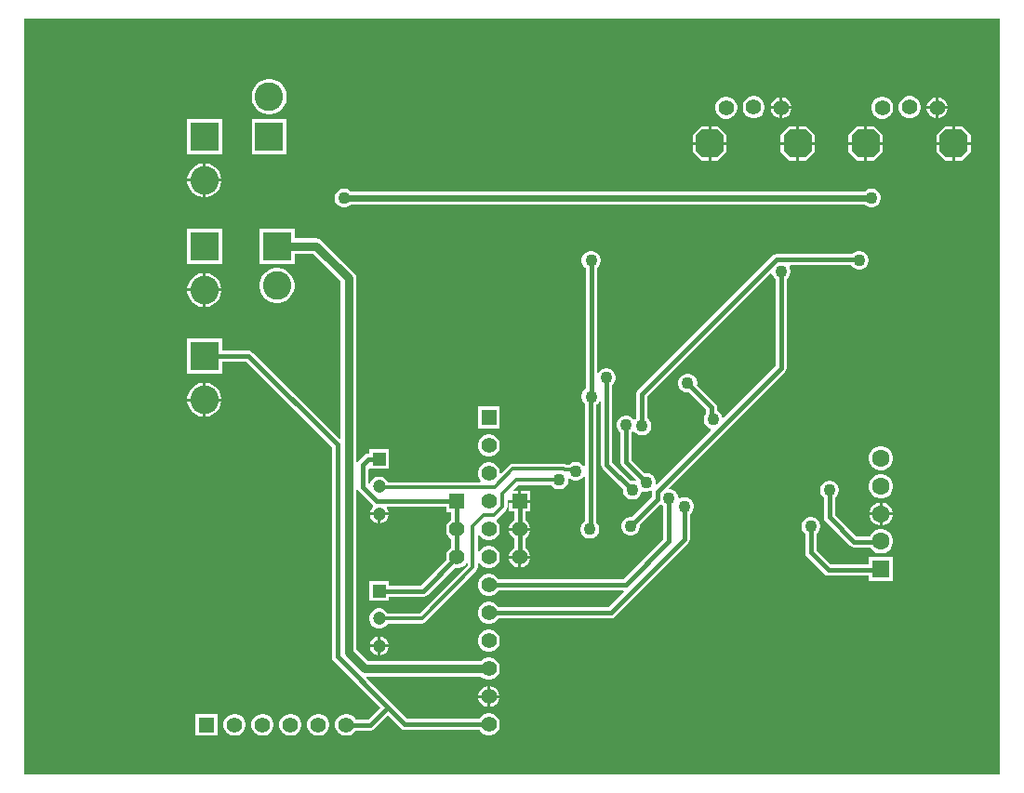
<source format=gbl>
G04*
G04 #@! TF.GenerationSoftware,Altium Limited,Altium Designer,24.2.2 (26)*
G04*
G04 Layer_Physical_Order=2*
G04 Layer_Color=16711680*
%FSLAX44Y44*%
%MOMM*%
G71*
G04*
G04 #@! TF.SameCoordinates,CC1128A4-4406-4156-BFDA-932D597DC64E*
G04*
G04*
G04 #@! TF.FilePolarity,Positive*
G04*
G01*
G75*
%ADD11C,0.4000*%
%ADD12C,0.6000*%
%ADD15C,0.3000*%
%ADD58C,1.6000*%
%ADD59R,1.6000X1.6000*%
%ADD61R,1.4000X1.4000*%
%ADD62C,1.4000*%
%ADD69C,0.8000*%
%ADD70R,1.4000X1.4000*%
%ADD71R,1.2000X1.2000*%
%ADD72C,1.2000*%
%ADD73R,2.6000X2.6000*%
%ADD74C,2.6000*%
G04:AMPARAMS|DCode=75|XSize=2.6mm|YSize=2.6mm|CornerRadius=0mm|HoleSize=0mm|Usage=FLASHONLY|Rotation=270.000|XOffset=0mm|YOffset=0mm|HoleType=Round|Shape=Octagon|*
%AMOCTAGOND75*
4,1,8,-0.6500,-1.3000,0.6500,-1.3000,1.3000,-0.6500,1.3000,0.6500,0.6500,1.3000,-0.6500,1.3000,-1.3000,0.6500,-1.3000,-0.6500,-0.6500,-1.3000,0.0*
%
%ADD75OCTAGOND75*%

%ADD76C,1.1000*%
G36*
X893883Y6118D02*
X6118D01*
Y693882D01*
X893883D01*
Y6118D01*
D02*
G37*
%LPC*%
G36*
X838251Y622500D02*
X838250D01*
Y614250D01*
X846500D01*
Y614251D01*
X845853Y616667D01*
X844602Y618833D01*
X842833Y620602D01*
X840667Y621853D01*
X838251Y622500D01*
D02*
G37*
G36*
X835750D02*
X835749D01*
X833333Y621853D01*
X831167Y620602D01*
X829398Y618833D01*
X828148Y616667D01*
X827500Y614251D01*
Y614250D01*
X835750D01*
Y622500D01*
D02*
G37*
G36*
X696251D02*
X696250D01*
Y614250D01*
X704500D01*
Y614251D01*
X703853Y616667D01*
X702602Y618833D01*
X700833Y620602D01*
X698667Y621853D01*
X696251Y622500D01*
D02*
G37*
G36*
X693750D02*
X693749D01*
X691333Y621853D01*
X689167Y620602D01*
X687398Y618833D01*
X686147Y616667D01*
X685500Y614251D01*
Y614250D01*
X693750D01*
Y622500D01*
D02*
G37*
G36*
X230576Y639000D02*
X227424D01*
X224333Y638385D01*
X221421Y637179D01*
X218801Y635428D01*
X216572Y633199D01*
X214821Y630579D01*
X213615Y627667D01*
X213000Y624576D01*
Y621424D01*
X213615Y618333D01*
X214821Y615421D01*
X216572Y612800D01*
X218801Y610572D01*
X221421Y608821D01*
X224333Y607615D01*
X227424Y607000D01*
X230576D01*
X233667Y607615D01*
X236579Y608821D01*
X239199Y610572D01*
X241428Y612800D01*
X243179Y615421D01*
X244385Y618333D01*
X245000Y621424D01*
Y624576D01*
X244385Y627667D01*
X243179Y630579D01*
X241428Y633199D01*
X239199Y635428D01*
X236579Y637179D01*
X233667Y638385D01*
X230576Y639000D01*
D02*
G37*
G36*
X846500Y611750D02*
X838250D01*
Y603500D01*
X838251D01*
X840667Y604147D01*
X842833Y605398D01*
X844602Y607167D01*
X845853Y609333D01*
X846500Y611749D01*
Y611750D01*
D02*
G37*
G36*
X835750D02*
X827500D01*
Y611749D01*
X828148Y609333D01*
X829398Y607167D01*
X831167Y605398D01*
X833333Y604147D01*
X835749Y603500D01*
X835750D01*
Y611750D01*
D02*
G37*
G36*
X704500D02*
X696250D01*
Y603500D01*
X696251D01*
X698667Y604147D01*
X700833Y605398D01*
X702602Y607167D01*
X703853Y609333D01*
X704500Y611749D01*
Y611750D01*
D02*
G37*
G36*
X693750D02*
X685500D01*
Y611749D01*
X686147Y609333D01*
X687398Y607167D01*
X689167Y605398D01*
X691333Y604147D01*
X693749Y603500D01*
X693750D01*
Y611750D01*
D02*
G37*
G36*
X671317Y623500D02*
X668683D01*
X666140Y622818D01*
X663860Y621502D01*
X661998Y619640D01*
X660682Y617360D01*
X660000Y614817D01*
Y612183D01*
X660682Y609640D01*
X661998Y607360D01*
X663860Y605498D01*
X666140Y604182D01*
X668683Y603500D01*
X671317D01*
X673860Y604182D01*
X676140Y605498D01*
X678002Y607360D01*
X679318Y609640D01*
X680000Y612183D01*
Y614817D01*
X679318Y617360D01*
X678002Y619640D01*
X676140Y621502D01*
X673860Y622818D01*
X671317Y623500D01*
D02*
G37*
G36*
X813316Y623500D02*
X810684D01*
X808140Y622818D01*
X805860Y621502D01*
X803998Y619640D01*
X802682Y617360D01*
X802000Y614817D01*
Y612183D01*
X802682Y609640D01*
X803998Y607360D01*
X805860Y605498D01*
X808140Y604182D01*
X810684Y603500D01*
X813316D01*
X815860Y604182D01*
X818140Y605498D01*
X820002Y607360D01*
X821319Y609640D01*
X822000Y612183D01*
Y614817D01*
X821319Y617360D01*
X820002Y619640D01*
X818140Y621502D01*
X815860Y622818D01*
X813316Y623500D01*
D02*
G37*
G36*
X788316Y623000D02*
X785684D01*
X783140Y622318D01*
X780860Y621002D01*
X778998Y619140D01*
X777682Y616860D01*
X777000Y614317D01*
Y611684D01*
X777682Y609140D01*
X778998Y606860D01*
X780860Y604998D01*
X783140Y603681D01*
X785684Y603000D01*
X788316D01*
X790860Y603681D01*
X793140Y604998D01*
X795002Y606860D01*
X796319Y609140D01*
X797000Y611684D01*
Y614317D01*
X796319Y616860D01*
X795002Y619140D01*
X793140Y621002D01*
X790860Y622318D01*
X788316Y623000D01*
D02*
G37*
G36*
X646317D02*
X643683D01*
X641140Y622318D01*
X638860Y621002D01*
X636998Y619140D01*
X635681Y616860D01*
X635000Y614317D01*
Y611684D01*
X635681Y609140D01*
X636998Y606860D01*
X638860Y604998D01*
X641140Y603681D01*
X643683Y603000D01*
X646317D01*
X648860Y603681D01*
X651140Y604998D01*
X653002Y606860D01*
X654318Y609140D01*
X655000Y611684D01*
Y614317D01*
X654318Y616860D01*
X653002Y619140D01*
X651140Y621002D01*
X648860Y622318D01*
X646317Y623000D01*
D02*
G37*
G36*
X779750Y596000D02*
X773250D01*
Y581750D01*
X787500D01*
Y588250D01*
X779750Y596000D01*
D02*
G37*
G36*
X717750D02*
X711250D01*
Y581750D01*
X725500D01*
Y588250D01*
X717750Y596000D01*
D02*
G37*
G36*
X637750D02*
X631250D01*
Y581750D01*
X645500D01*
Y588250D01*
X637750Y596000D01*
D02*
G37*
G36*
X770750D02*
X764250D01*
X756500Y588250D01*
Y581750D01*
X770750D01*
Y596000D01*
D02*
G37*
G36*
X708750D02*
X702250D01*
X694500Y588250D01*
Y581750D01*
X708750D01*
Y596000D01*
D02*
G37*
G36*
X628750D02*
X622250D01*
X614500Y588250D01*
Y581750D01*
X628750D01*
Y596000D01*
D02*
G37*
G36*
X859750D02*
X853250D01*
Y581750D01*
X867500D01*
Y588250D01*
X859750Y596000D01*
D02*
G37*
G36*
X850750D02*
X844250D01*
X836500Y588250D01*
Y581750D01*
X850750D01*
Y596000D01*
D02*
G37*
G36*
X245000Y603000D02*
X213000D01*
Y571000D01*
X245000D01*
Y603000D01*
D02*
G37*
G36*
X186000D02*
X154000D01*
Y571000D01*
X186000D01*
Y603000D01*
D02*
G37*
G36*
X867500Y579250D02*
X853250D01*
Y565000D01*
X859750D01*
X867500Y572750D01*
Y579250D01*
D02*
G37*
G36*
X850750D02*
X836500D01*
Y572750D01*
X844250Y565000D01*
X850750D01*
Y579250D01*
D02*
G37*
G36*
X787500Y579250D02*
X773250D01*
Y565000D01*
X779750D01*
X787500Y572750D01*
Y579250D01*
D02*
G37*
G36*
X770750D02*
X756500D01*
Y572750D01*
X764250Y565000D01*
X770750D01*
Y579250D01*
D02*
G37*
G36*
X725500D02*
X711250D01*
Y565000D01*
X717750D01*
X725500Y572750D01*
Y579250D01*
D02*
G37*
G36*
X708750D02*
X694500D01*
Y572750D01*
X702250Y565000D01*
X708750D01*
Y579250D01*
D02*
G37*
G36*
X645500D02*
X631250D01*
Y565000D01*
X637750D01*
X645500Y572750D01*
Y579250D01*
D02*
G37*
G36*
X628750D02*
X614500D01*
Y572750D01*
X622250Y565000D01*
X628750D01*
Y579250D01*
D02*
G37*
G36*
X171527Y562500D02*
X171250D01*
Y548250D01*
X185500D01*
Y548526D01*
X184904Y551521D01*
X183736Y554342D01*
X182040Y556880D01*
X179881Y559039D01*
X177342Y560736D01*
X174521Y561904D01*
X171527Y562500D01*
D02*
G37*
G36*
X168750D02*
X168473D01*
X165479Y561904D01*
X162658Y560736D01*
X160119Y559039D01*
X157960Y556880D01*
X156264Y554342D01*
X155096Y551521D01*
X154500Y548526D01*
Y548250D01*
X168750D01*
Y562500D01*
D02*
G37*
G36*
X778119Y539500D02*
X775881D01*
X773719Y538921D01*
X771781Y537802D01*
X771097Y537117D01*
X302903D01*
X302219Y537802D01*
X300281Y538921D01*
X298119Y539500D01*
X295881D01*
X293719Y538921D01*
X291781Y537802D01*
X290198Y536219D01*
X289079Y534281D01*
X288500Y532119D01*
Y529881D01*
X289079Y527719D01*
X290198Y525781D01*
X291781Y524198D01*
X293719Y523079D01*
X295881Y522500D01*
X298119D01*
X300281Y523079D01*
X302219Y524198D01*
X302903Y524882D01*
X771097D01*
X771781Y524198D01*
X773719Y523079D01*
X775881Y522500D01*
X778119D01*
X780281Y523079D01*
X782219Y524198D01*
X783802Y525781D01*
X784921Y527719D01*
X785500Y529881D01*
Y532119D01*
X784921Y534281D01*
X783802Y536219D01*
X782219Y537802D01*
X780281Y538921D01*
X778119Y539500D01*
D02*
G37*
G36*
X185500Y545750D02*
X171250D01*
Y531500D01*
X171527D01*
X174521Y532095D01*
X177342Y533264D01*
X179881Y534960D01*
X182040Y537119D01*
X183736Y539658D01*
X184904Y542479D01*
X185500Y545473D01*
Y545750D01*
D02*
G37*
G36*
X168750D02*
X154500D01*
Y545473D01*
X155096Y542479D01*
X156264Y539658D01*
X157960Y537119D01*
X160119Y534960D01*
X162658Y533264D01*
X165479Y532095D01*
X168473Y531500D01*
X168750D01*
Y545750D01*
D02*
G37*
G36*
X186000Y503000D02*
X154000D01*
Y471000D01*
X186000D01*
Y503000D01*
D02*
G37*
G36*
X252000D02*
X220000D01*
Y471000D01*
X252000D01*
Y479939D01*
X269076D01*
X293940Y455075D01*
Y311929D01*
X292766Y311443D01*
X213605Y390605D01*
X211951Y391710D01*
X210000Y392098D01*
X186000D01*
Y403000D01*
X154000D01*
Y371000D01*
X186000D01*
Y381902D01*
X207888D01*
X285902Y303888D01*
Y113000D01*
X286290Y111049D01*
X287395Y109395D01*
X329829Y66961D01*
X318966Y56098D01*
X307604D01*
X307002Y57140D01*
X305140Y59002D01*
X302860Y60318D01*
X300317Y61000D01*
X297684D01*
X295140Y60318D01*
X292860Y59002D01*
X290998Y57140D01*
X289681Y54860D01*
X289000Y52316D01*
Y49683D01*
X289681Y47140D01*
X290998Y44860D01*
X292860Y42998D01*
X295140Y41681D01*
X297684Y41000D01*
X300317D01*
X302860Y41681D01*
X305140Y42998D01*
X307002Y44860D01*
X307604Y45902D01*
X321078D01*
X323029Y46290D01*
X324683Y47395D01*
X337039Y59751D01*
X348995Y47795D01*
X350649Y46690D01*
X352600Y46302D01*
X420396D01*
X420998Y45260D01*
X422860Y43398D01*
X425140Y42081D01*
X427683Y41400D01*
X430317D01*
X432860Y42081D01*
X435140Y43398D01*
X437002Y45260D01*
X438318Y47540D01*
X439000Y50083D01*
Y52716D01*
X438318Y55260D01*
X437002Y57540D01*
X435140Y59402D01*
X432860Y60718D01*
X430317Y61400D01*
X427683D01*
X425140Y60718D01*
X422860Y59402D01*
X420998Y57540D01*
X420396Y56498D01*
X354712D01*
X340644Y70565D01*
X340644Y70566D01*
X340644Y70566D01*
X317243Y93966D01*
X317729Y95139D01*
X421918D01*
X422860Y94198D01*
X425140Y92881D01*
X427683Y92200D01*
X430317D01*
X432860Y92881D01*
X435140Y94198D01*
X437002Y96060D01*
X438318Y98340D01*
X439000Y100883D01*
Y103516D01*
X438318Y106060D01*
X437002Y108340D01*
X435140Y110202D01*
X432860Y111518D01*
X430317Y112200D01*
X427683D01*
X425140Y111518D01*
X422860Y110202D01*
X421918Y109260D01*
X318724D01*
X308060Y119924D01*
Y264988D01*
X309236Y265449D01*
X309330Y265432D01*
X310395Y263839D01*
X323264Y250970D01*
X323424Y250608D01*
X323324Y249344D01*
X322198Y248219D01*
X321079Y246281D01*
X320535Y244250D01*
X329000D01*
X337465D01*
X336921Y246281D01*
X335910Y248032D01*
X336318Y249302D01*
X390000D01*
Y244400D01*
X394902D01*
Y237603D01*
X393860Y237002D01*
X391998Y235140D01*
X390681Y232860D01*
X390000Y230316D01*
Y227683D01*
X390681Y225140D01*
X391998Y222860D01*
X393860Y220998D01*
X394902Y220396D01*
Y212204D01*
X393860Y211602D01*
X391998Y209740D01*
X390681Y207460D01*
X390000Y204916D01*
Y202283D01*
X390312Y201121D01*
X367288Y178098D01*
X338000D01*
Y182000D01*
X320000D01*
Y164000D01*
X338000D01*
Y167902D01*
X369400D01*
X371351Y168290D01*
X373005Y169395D01*
X397521Y193911D01*
X398684Y193600D01*
X401316D01*
X403860Y194281D01*
X406140Y195598D01*
X408002Y197460D01*
X408442Y198222D01*
X409712Y197881D01*
Y196200D01*
X366100Y152588D01*
X336743D01*
X336202Y153526D01*
X334526Y155202D01*
X332474Y156386D01*
X330185Y157000D01*
X327815D01*
X325526Y156386D01*
X323474Y155202D01*
X321798Y153526D01*
X320613Y151474D01*
X320000Y149185D01*
Y146815D01*
X320613Y144526D01*
X321798Y142474D01*
X323474Y140798D01*
X325526Y139613D01*
X327815Y139000D01*
X330185D01*
X332474Y139613D01*
X334526Y140798D01*
X336202Y142474D01*
X336743Y143412D01*
X368000D01*
X369756Y143761D01*
X371244Y144755D01*
X417544Y191056D01*
X418539Y192544D01*
X418888Y194300D01*
Y198774D01*
X420158Y199114D01*
X420998Y197660D01*
X422860Y195798D01*
X425140Y194481D01*
X427683Y193800D01*
X430317D01*
X432860Y194481D01*
X435140Y195798D01*
X437002Y197660D01*
X438318Y199940D01*
X439000Y202483D01*
Y205116D01*
X438318Y207660D01*
X437002Y209940D01*
X435140Y211802D01*
X432860Y213118D01*
X430317Y213800D01*
X427683D01*
X425140Y213118D01*
X422860Y211802D01*
X420998Y209940D01*
X420158Y208485D01*
X418888Y208825D01*
Y224174D01*
X420158Y224514D01*
X420998Y223060D01*
X422860Y221198D01*
X425140Y219881D01*
X427683Y219200D01*
X430317D01*
X432860Y219881D01*
X435140Y221198D01*
X437002Y223060D01*
X438318Y225340D01*
X439000Y227883D01*
Y230516D01*
X438318Y233060D01*
X437002Y235340D01*
X435988Y236354D01*
X435987Y236356D01*
X436219Y237919D01*
X437022Y238456D01*
X444744Y246178D01*
X445739Y247666D01*
X446088Y249422D01*
Y258486D01*
X446128Y258512D01*
X447398Y257833D01*
Y255851D01*
X455648D01*
Y264101D01*
X452182D01*
X451696Y265275D01*
X455834Y269412D01*
X485834D01*
X486198Y268781D01*
X487781Y267198D01*
X489719Y266079D01*
X491881Y265500D01*
X494119D01*
X496281Y266079D01*
X498219Y267198D01*
X499802Y268781D01*
X500921Y270719D01*
X501500Y272881D01*
Y274683D01*
X502706Y275273D01*
X502781Y275198D01*
X504719Y274079D01*
X506881Y273500D01*
X509119D01*
X511281Y274079D01*
X513219Y275198D01*
X514802Y276781D01*
X515132Y277353D01*
X516402Y277013D01*
Y236160D01*
X515781Y235802D01*
X514198Y234219D01*
X513079Y232281D01*
X512500Y230119D01*
Y227881D01*
X513079Y225719D01*
X514198Y223781D01*
X515781Y222198D01*
X517719Y221079D01*
X519881Y220500D01*
X522119D01*
X524281Y221079D01*
X526219Y222198D01*
X527802Y223781D01*
X528921Y225719D01*
X529500Y227881D01*
Y230119D01*
X528921Y232281D01*
X527802Y234219D01*
X526598Y235423D01*
Y342840D01*
X527219Y343198D01*
X528802Y344781D01*
X529632Y346219D01*
X530902Y345879D01*
Y288045D01*
X531290Y286094D01*
X532395Y284440D01*
X551006Y265829D01*
X550970Y265694D01*
Y263456D01*
X551549Y261294D01*
X552668Y259356D01*
X554250Y257773D01*
X556189Y256654D01*
X558350Y256075D01*
X560589D01*
X562750Y256654D01*
X564689Y257773D01*
X566271Y259356D01*
X567390Y261294D01*
X567874Y263100D01*
X568285Y263576D01*
X569240Y263940D01*
X570881Y263500D01*
X573119D01*
X575281Y264079D01*
X576311Y264674D01*
X577444Y263861D01*
X577402Y263651D01*
Y258611D01*
X559254Y240464D01*
X559119Y240500D01*
X556881D01*
X554719Y239921D01*
X552781Y238801D01*
X551198Y237219D01*
X550079Y235281D01*
X549500Y233119D01*
Y230881D01*
X550079Y228719D01*
X551198Y226781D01*
X552781Y225198D01*
X554719Y224079D01*
X556881Y223500D01*
X559119D01*
X561281Y224079D01*
X563219Y225198D01*
X564802Y226781D01*
X565921Y228719D01*
X566500Y230881D01*
Y233119D01*
X566464Y233254D01*
X585131Y251921D01*
X586198Y251781D01*
X587781Y250198D01*
X587902Y250128D01*
Y220111D01*
X551288Y183498D01*
X437604D01*
X437002Y184540D01*
X435140Y186402D01*
X432860Y187718D01*
X430317Y188400D01*
X427683D01*
X425140Y187718D01*
X422860Y186402D01*
X420998Y184540D01*
X419682Y182260D01*
X419000Y179716D01*
Y177083D01*
X419682Y174540D01*
X420998Y172260D01*
X422860Y170398D01*
X425140Y169081D01*
X427683Y168400D01*
X430317D01*
X432860Y169081D01*
X435140Y170398D01*
X437002Y172260D01*
X437604Y173302D01*
X551433D01*
X551919Y172129D01*
X537888Y158098D01*
X437604D01*
X437002Y159140D01*
X435140Y161002D01*
X432860Y162318D01*
X430317Y163000D01*
X427683D01*
X425140Y162318D01*
X422860Y161002D01*
X420998Y159140D01*
X419682Y156860D01*
X419000Y154316D01*
Y151683D01*
X419682Y149140D01*
X420998Y146860D01*
X422860Y144998D01*
X425140Y143681D01*
X427683Y143000D01*
X430317D01*
X432860Y143681D01*
X435140Y144998D01*
X437002Y146860D01*
X437604Y147902D01*
X540000D01*
X541951Y148290D01*
X543605Y149395D01*
X610605Y216395D01*
X611710Y218049D01*
X612098Y220000D01*
Y243128D01*
X612219Y243198D01*
X613802Y244781D01*
X614921Y246719D01*
X615500Y248881D01*
Y251119D01*
X614921Y253281D01*
X613802Y255219D01*
X612219Y256801D01*
X610281Y257920D01*
X608119Y258500D01*
X605881D01*
X603719Y257920D01*
X602770Y257372D01*
X601500Y258106D01*
Y258119D01*
X600921Y260281D01*
X599802Y262219D01*
X598219Y263801D01*
X596281Y264921D01*
X594119Y265500D01*
X593355D01*
X592829Y266770D01*
X698605Y372546D01*
X699710Y374200D01*
X700098Y376151D01*
Y457128D01*
X700219Y457198D01*
X701802Y458781D01*
X702921Y460719D01*
X703500Y462881D01*
Y465119D01*
X702921Y467281D01*
X702429Y468132D01*
X703163Y469402D01*
X758840D01*
X759198Y468781D01*
X760781Y467198D01*
X762719Y466079D01*
X764881Y465500D01*
X767119D01*
X769281Y466079D01*
X771219Y467198D01*
X772802Y468781D01*
X773921Y470719D01*
X774500Y472881D01*
Y475119D01*
X773921Y477281D01*
X772802Y479219D01*
X771219Y480802D01*
X769281Y481921D01*
X767119Y482500D01*
X764881D01*
X762719Y481921D01*
X760781Y480802D01*
X759577Y479598D01*
X690651D01*
X688700Y479210D01*
X687046Y478105D01*
X564895Y355954D01*
X563790Y354300D01*
X563402Y352349D01*
Y329871D01*
X563281Y329801D01*
X562426Y328946D01*
X560839Y329155D01*
X560802Y329219D01*
X559219Y330802D01*
X557281Y331921D01*
X555119Y332500D01*
X552881D01*
X550719Y331921D01*
X548781Y330802D01*
X547198Y329219D01*
X546079Y327281D01*
X545500Y325119D01*
Y322881D01*
X546079Y320719D01*
X547198Y318781D01*
X548781Y317198D01*
X548902Y317128D01*
Y290000D01*
X549290Y288049D01*
X550395Y286395D01*
X562894Y273897D01*
X562440Y272715D01*
X562230Y272635D01*
X560589Y273075D01*
X558350D01*
X558215Y273039D01*
X541098Y290156D01*
Y360128D01*
X541219Y360198D01*
X542802Y361781D01*
X543921Y363719D01*
X544500Y365881D01*
Y368119D01*
X543921Y370281D01*
X542802Y372219D01*
X541219Y373801D01*
X539281Y374921D01*
X537119Y375500D01*
X534881D01*
X532719Y374921D01*
X530781Y373801D01*
X529198Y372219D01*
X528368Y370781D01*
X527098Y371121D01*
Y467128D01*
X527219Y467198D01*
X528802Y468781D01*
X529921Y470719D01*
X530500Y472881D01*
Y475119D01*
X529921Y477281D01*
X528802Y479219D01*
X527219Y480802D01*
X525281Y481921D01*
X523119Y482500D01*
X520881D01*
X518719Y481921D01*
X516781Y480802D01*
X515198Y479219D01*
X514079Y477281D01*
X513500Y475119D01*
Y472881D01*
X514079Y470719D01*
X515198Y468781D01*
X516781Y467198D01*
X516902Y467128D01*
Y356871D01*
X516781Y356801D01*
X515198Y355219D01*
X514079Y353281D01*
X513500Y351119D01*
Y348881D01*
X514079Y346719D01*
X515198Y344781D01*
X516402Y343577D01*
Y286987D01*
X515132Y286647D01*
X514802Y287219D01*
X513219Y288801D01*
X511281Y289921D01*
X509119Y290500D01*
X506881D01*
X504719Y289921D01*
X502781Y288801D01*
X501710Y287730D01*
X499659D01*
X498898Y288239D01*
X497142Y288588D01*
X450678D01*
X448922Y288239D01*
X447434Y287244D01*
X440173Y279984D01*
X439000Y280470D01*
Y281316D01*
X438318Y283860D01*
X437002Y286140D01*
X435140Y288002D01*
X432860Y289318D01*
X430317Y290000D01*
X427683D01*
X425140Y289318D01*
X422860Y288002D01*
X420998Y286140D01*
X419682Y283860D01*
X419000Y281316D01*
Y278683D01*
X419682Y276140D01*
X420998Y273860D01*
X421596Y273261D01*
X421110Y272088D01*
X337032D01*
X336202Y273526D01*
X334526Y275202D01*
X332474Y276386D01*
X330185Y277000D01*
X327815D01*
X325526Y276386D01*
X323474Y275202D01*
X321798Y273526D01*
X320613Y271474D01*
X320368Y270558D01*
X319098Y270725D01*
Y283111D01*
X320000Y284000D01*
X338000D01*
Y302000D01*
X320000D01*
Y298098D01*
X319000D01*
X317049Y297710D01*
X315395Y296605D01*
X310395Y291605D01*
X309330Y290011D01*
X309236Y289994D01*
X308060Y290455D01*
Y458000D01*
X307820Y459827D01*
X307115Y461530D01*
X305993Y462992D01*
X276992Y491992D01*
X275530Y493114D01*
X273827Y493820D01*
X272000Y494060D01*
X252000D01*
Y503000D01*
D02*
G37*
G36*
X171527Y462500D02*
X171250D01*
Y448250D01*
X185500D01*
Y448526D01*
X184904Y451521D01*
X183736Y454342D01*
X182040Y456880D01*
X179881Y459039D01*
X177342Y460736D01*
X174521Y461904D01*
X171527Y462500D01*
D02*
G37*
G36*
X168750D02*
X168473D01*
X165479Y461904D01*
X162658Y460736D01*
X160119Y459039D01*
X157960Y456880D01*
X156264Y454342D01*
X155096Y451521D01*
X154500Y448526D01*
Y448250D01*
X168750D01*
Y462500D01*
D02*
G37*
G36*
X237576Y467000D02*
X234424D01*
X231333Y466385D01*
X228421Y465179D01*
X225801Y463428D01*
X223572Y461199D01*
X221821Y458579D01*
X220615Y455667D01*
X220000Y452576D01*
Y449424D01*
X220615Y446333D01*
X221821Y443421D01*
X223572Y440800D01*
X225801Y438572D01*
X228421Y436821D01*
X231333Y435615D01*
X234424Y435000D01*
X237576D01*
X240667Y435615D01*
X243579Y436821D01*
X246199Y438572D01*
X248428Y440800D01*
X250179Y443421D01*
X251385Y446333D01*
X252000Y449424D01*
Y452576D01*
X251385Y455667D01*
X250179Y458579D01*
X248428Y461199D01*
X246199Y463428D01*
X243579Y465179D01*
X240667Y466385D01*
X237576Y467000D01*
D02*
G37*
G36*
X185500Y445750D02*
X171250D01*
Y431500D01*
X171527D01*
X174521Y432095D01*
X177342Y433264D01*
X179881Y434960D01*
X182040Y437119D01*
X183736Y439658D01*
X184904Y442479D01*
X185500Y445473D01*
Y445750D01*
D02*
G37*
G36*
X168750D02*
X154500D01*
Y445473D01*
X155096Y442479D01*
X156264Y439658D01*
X157960Y437119D01*
X160119Y434960D01*
X162658Y433264D01*
X165479Y432095D01*
X168473Y431500D01*
X168750D01*
Y445750D01*
D02*
G37*
G36*
X171527Y362500D02*
X171250D01*
Y348250D01*
X185500D01*
Y348526D01*
X184904Y351521D01*
X183736Y354342D01*
X182040Y356880D01*
X179881Y359039D01*
X177342Y360736D01*
X174521Y361904D01*
X171527Y362500D01*
D02*
G37*
G36*
X168750D02*
X168473D01*
X165479Y361904D01*
X162658Y360736D01*
X160119Y359039D01*
X157960Y356880D01*
X156264Y354342D01*
X155096Y351521D01*
X154500Y348526D01*
Y348250D01*
X168750D01*
Y362500D01*
D02*
G37*
G36*
X185500Y345750D02*
X171250D01*
Y331500D01*
X171527D01*
X174521Y332095D01*
X177342Y333264D01*
X179881Y334960D01*
X182040Y337119D01*
X183736Y339658D01*
X184904Y342479D01*
X185500Y345473D01*
Y345750D01*
D02*
G37*
G36*
X168750D02*
X154500D01*
Y345473D01*
X155096Y342479D01*
X156264Y339658D01*
X157960Y337119D01*
X160119Y334960D01*
X162658Y333264D01*
X165479Y332095D01*
X168473Y331500D01*
X168750D01*
Y345750D01*
D02*
G37*
G36*
X439000Y340800D02*
X419000D01*
Y320800D01*
X439000D01*
Y340800D01*
D02*
G37*
G36*
X430317Y315400D02*
X427683D01*
X425140Y314718D01*
X422860Y313402D01*
X420998Y311540D01*
X419682Y309260D01*
X419000Y306716D01*
Y304083D01*
X419682Y301540D01*
X420998Y299260D01*
X422860Y297398D01*
X425140Y296081D01*
X427683Y295400D01*
X430317D01*
X432860Y296081D01*
X435140Y297398D01*
X437002Y299260D01*
X438318Y301540D01*
X439000Y304083D01*
Y306716D01*
X438318Y309260D01*
X437002Y311540D01*
X435140Y313402D01*
X432860Y314718D01*
X430317Y315400D01*
D02*
G37*
G36*
X787448Y305000D02*
X784552D01*
X781754Y304250D01*
X779246Y302802D01*
X777198Y300754D01*
X775750Y298246D01*
X775000Y295448D01*
Y292552D01*
X775750Y289754D01*
X777198Y287246D01*
X779246Y285198D01*
X781754Y283749D01*
X784552Y283000D01*
X787448D01*
X790246Y283749D01*
X792754Y285198D01*
X794802Y287246D01*
X796250Y289754D01*
X797000Y292552D01*
Y295448D01*
X796250Y298246D01*
X794802Y300754D01*
X792754Y302802D01*
X790246Y304250D01*
X787448Y305000D01*
D02*
G37*
G36*
Y279000D02*
X784552D01*
X781754Y278250D01*
X779246Y276802D01*
X777198Y274754D01*
X775750Y272246D01*
X775000Y269448D01*
Y266552D01*
X775750Y263754D01*
X777198Y261246D01*
X779246Y259198D01*
X781754Y257749D01*
X784552Y257000D01*
X787448D01*
X790246Y257749D01*
X792754Y259198D01*
X794802Y261246D01*
X796250Y263754D01*
X797000Y266552D01*
Y269448D01*
X796250Y272246D01*
X794802Y274754D01*
X792754Y276802D01*
X790246Y278250D01*
X787448Y279000D01*
D02*
G37*
G36*
X466398Y264101D02*
X458148D01*
Y255851D01*
X466398D01*
Y264101D01*
D02*
G37*
G36*
X787382Y253500D02*
X787250D01*
Y244250D01*
X796500D01*
Y244382D01*
X795784Y247053D01*
X794402Y249447D01*
X792447Y251402D01*
X790053Y252784D01*
X787382Y253500D01*
D02*
G37*
G36*
X784750D02*
X784618D01*
X781947Y252784D01*
X779553Y251402D01*
X777598Y249447D01*
X776216Y247053D01*
X775500Y244382D01*
Y244250D01*
X784750D01*
Y253500D01*
D02*
G37*
G36*
X337465Y241750D02*
X330250D01*
Y234535D01*
X332281Y235079D01*
X334219Y236198D01*
X335802Y237781D01*
X336921Y239719D01*
X337465Y241750D01*
D02*
G37*
G36*
X327750D02*
X320535D01*
X321079Y239719D01*
X322198Y237781D01*
X323781Y236198D01*
X325719Y235079D01*
X327750Y234535D01*
Y241750D01*
D02*
G37*
G36*
X796500D02*
X787250D01*
Y232500D01*
X787382D01*
X790053Y233215D01*
X792447Y234598D01*
X794402Y236553D01*
X795784Y238947D01*
X796500Y241617D01*
Y241750D01*
D02*
G37*
G36*
X784750D02*
X775500D01*
Y241617D01*
X776216Y238947D01*
X777598Y236553D01*
X779553Y234598D01*
X781947Y233215D01*
X784618Y232500D01*
X784750D01*
Y241750D01*
D02*
G37*
G36*
X466398Y253351D02*
X456898D01*
X447398D01*
Y245101D01*
X451800D01*
Y237228D01*
X451065Y236803D01*
X449296Y235035D01*
X448046Y232868D01*
X447398Y230452D01*
Y230451D01*
X456898D01*
X466398D01*
Y230452D01*
X465751Y232868D01*
X464500Y235035D01*
X462732Y236803D01*
X461996Y237228D01*
Y245101D01*
X466398D01*
Y253351D01*
D02*
G37*
G36*
X740119Y273500D02*
X737881D01*
X735719Y272920D01*
X733781Y271801D01*
X732198Y270219D01*
X731079Y268281D01*
X730500Y266119D01*
Y263881D01*
X731079Y261719D01*
X732198Y259781D01*
X733781Y258198D01*
X733902Y258128D01*
Y240000D01*
X734290Y238049D01*
X735395Y236395D01*
X757501Y214289D01*
X759155Y213184D01*
X761106Y212796D01*
X776303D01*
X777198Y211246D01*
X779246Y209198D01*
X781754Y207749D01*
X784552Y207000D01*
X787448D01*
X790246Y207749D01*
X792754Y209198D01*
X794802Y211246D01*
X796250Y213754D01*
X797000Y216552D01*
Y219448D01*
X796250Y222246D01*
X794802Y224754D01*
X792754Y226802D01*
X790246Y228250D01*
X787448Y229000D01*
X784552D01*
X781754Y228250D01*
X779246Y226802D01*
X777198Y224754D01*
X776180Y222992D01*
X763217D01*
X744098Y242111D01*
Y258128D01*
X744219Y258198D01*
X745802Y259781D01*
X746921Y261719D01*
X747500Y263881D01*
Y266119D01*
X746921Y268281D01*
X745802Y270219D01*
X744219Y271801D01*
X742281Y272920D01*
X740119Y273500D01*
D02*
G37*
G36*
X466398Y227951D02*
X456898D01*
X447398D01*
Y227951D01*
X448046Y225535D01*
X449296Y223368D01*
X451065Y221600D01*
X451800Y221175D01*
Y211828D01*
X451065Y211403D01*
X449296Y209634D01*
X448046Y207468D01*
X447398Y205052D01*
Y205051D01*
X456898D01*
X466398D01*
Y205052D01*
X465751Y207468D01*
X464500Y209634D01*
X462732Y211403D01*
X461996Y211828D01*
Y221175D01*
X462732Y221600D01*
X464500Y223368D01*
X465751Y225535D01*
X466398Y227951D01*
Y227951D01*
D02*
G37*
G36*
Y202551D02*
X458148D01*
Y194301D01*
X458149D01*
X460565Y194949D01*
X462732Y196200D01*
X464500Y197968D01*
X465751Y200135D01*
X466398Y202551D01*
Y202551D01*
D02*
G37*
G36*
X455648D02*
X447398D01*
Y202551D01*
X448046Y200135D01*
X449296Y197968D01*
X451065Y196200D01*
X453232Y194949D01*
X455648Y194301D01*
X455648D01*
Y202551D01*
D02*
G37*
G36*
X723119Y240500D02*
X720881D01*
X718719Y239921D01*
X716781Y238801D01*
X715198Y237219D01*
X714079Y235281D01*
X713500Y233119D01*
Y230881D01*
X714079Y228719D01*
X715198Y226781D01*
X716781Y225198D01*
X716902Y225128D01*
Y208000D01*
X717290Y206049D01*
X718395Y204395D01*
X734395Y188395D01*
X736049Y187290D01*
X738000Y186902D01*
X775000D01*
Y182000D01*
X797000D01*
Y204000D01*
X775000D01*
Y197098D01*
X740112D01*
X727098Y210111D01*
Y225128D01*
X727219Y225198D01*
X728802Y226781D01*
X729921Y228719D01*
X730500Y230881D01*
Y233119D01*
X729921Y235281D01*
X728802Y237219D01*
X727219Y238801D01*
X725281Y239921D01*
X723119Y240500D01*
D02*
G37*
G36*
X330250Y131465D02*
Y124250D01*
X337465D01*
X336921Y126281D01*
X335802Y128219D01*
X334219Y129802D01*
X332281Y130920D01*
X330250Y131465D01*
D02*
G37*
G36*
X327750Y131465D02*
X325719Y130920D01*
X323781Y129802D01*
X322198Y128219D01*
X321079Y126281D01*
X320535Y124250D01*
X327750D01*
Y131465D01*
D02*
G37*
G36*
X430317Y137600D02*
X427683D01*
X425140Y136918D01*
X422860Y135602D01*
X420998Y133740D01*
X419682Y131460D01*
X419000Y128916D01*
Y126283D01*
X419682Y123740D01*
X420998Y121460D01*
X422860Y119598D01*
X425140Y118281D01*
X427683Y117600D01*
X430317D01*
X432860Y118281D01*
X435140Y119598D01*
X437002Y121460D01*
X438318Y123740D01*
X439000Y126283D01*
Y128916D01*
X438318Y131460D01*
X437002Y133740D01*
X435140Y135602D01*
X432860Y136918D01*
X430317Y137600D01*
D02*
G37*
G36*
X327750Y121750D02*
X320535D01*
X321079Y119719D01*
X322198Y117781D01*
X323781Y116198D01*
X325719Y115079D01*
X327750Y114535D01*
Y121750D01*
D02*
G37*
G36*
X337465D02*
X330250D01*
Y114535D01*
X332281Y115079D01*
X334219Y116198D01*
X335802Y117781D01*
X336921Y119719D01*
X337465Y121750D01*
D02*
G37*
G36*
X430251Y86300D02*
X430250D01*
Y78050D01*
X438500D01*
Y78050D01*
X437853Y80467D01*
X436602Y82633D01*
X434833Y84402D01*
X432667Y85652D01*
X430251Y86300D01*
D02*
G37*
G36*
X427750D02*
X427749D01*
X425333Y85652D01*
X423167Y84402D01*
X421398Y82633D01*
X420147Y80467D01*
X419500Y78050D01*
Y78050D01*
X427750D01*
Y86300D01*
D02*
G37*
G36*
X438500Y75550D02*
X430250D01*
Y67300D01*
X430251D01*
X432667Y67947D01*
X434833Y69198D01*
X436602Y70967D01*
X437853Y73133D01*
X438500Y75549D01*
Y75550D01*
D02*
G37*
G36*
X427750D02*
X419500D01*
Y75549D01*
X420147Y73133D01*
X421398Y70967D01*
X423167Y69198D01*
X425333Y67947D01*
X427749Y67300D01*
X427750D01*
Y75550D01*
D02*
G37*
G36*
X274916Y61000D02*
X272283D01*
X269740Y60318D01*
X267460Y59002D01*
X265598Y57140D01*
X264282Y54860D01*
X263600Y52316D01*
Y49683D01*
X264282Y47140D01*
X265598Y44860D01*
X267460Y42998D01*
X269740Y41681D01*
X272283Y41000D01*
X274916D01*
X277460Y41681D01*
X279740Y42998D01*
X281602Y44860D01*
X282918Y47140D01*
X283600Y49683D01*
Y52316D01*
X282918Y54860D01*
X281602Y57140D01*
X279740Y59002D01*
X277460Y60318D01*
X274916Y61000D01*
D02*
G37*
G36*
X249517D02*
X246884D01*
X244340Y60318D01*
X242060Y59002D01*
X240198Y57140D01*
X238881Y54860D01*
X238200Y52316D01*
Y49683D01*
X238881Y47140D01*
X240198Y44860D01*
X242060Y42998D01*
X244340Y41681D01*
X246884Y41000D01*
X249517D01*
X252060Y41681D01*
X254340Y42998D01*
X256202Y44860D01*
X257519Y47140D01*
X258200Y49683D01*
Y52316D01*
X257519Y54860D01*
X256202Y57140D01*
X254340Y59002D01*
X252060Y60318D01*
X249517Y61000D01*
D02*
G37*
G36*
X224116D02*
X221483D01*
X218940Y60318D01*
X216660Y59002D01*
X214798Y57140D01*
X213482Y54860D01*
X212800Y52316D01*
Y49683D01*
X213482Y47140D01*
X214798Y44860D01*
X216660Y42998D01*
X218940Y41681D01*
X221483Y41000D01*
X224116D01*
X226660Y41681D01*
X228940Y42998D01*
X230802Y44860D01*
X232118Y47140D01*
X232800Y49683D01*
Y52316D01*
X232118Y54860D01*
X230802Y57140D01*
X228940Y59002D01*
X226660Y60318D01*
X224116Y61000D01*
D02*
G37*
G36*
X198717D02*
X196084D01*
X193540Y60318D01*
X191260Y59002D01*
X189398Y57140D01*
X188081Y54860D01*
X187400Y52316D01*
Y49683D01*
X188081Y47140D01*
X189398Y44860D01*
X191260Y42998D01*
X193540Y41681D01*
X196084Y41000D01*
X198717D01*
X201260Y41681D01*
X203540Y42998D01*
X205402Y44860D01*
X206719Y47140D01*
X207400Y49683D01*
Y52316D01*
X206719Y54860D01*
X205402Y57140D01*
X203540Y59002D01*
X201260Y60318D01*
X198717Y61000D01*
D02*
G37*
G36*
X182000D02*
X162000D01*
Y41000D01*
X182000D01*
Y61000D01*
D02*
G37*
%LPD*%
G36*
X686825Y461668D02*
X687079Y460719D01*
X688198Y458781D01*
X689781Y457198D01*
X689902Y457128D01*
Y378262D01*
X642592Y330952D01*
X641175Y331331D01*
X640921Y332281D01*
X639802Y334219D01*
X638219Y335802D01*
X636759Y336645D01*
Y340339D01*
X636371Y342290D01*
X635265Y343944D01*
X618464Y360746D01*
X618500Y360881D01*
Y363119D01*
X617921Y365281D01*
X616802Y367219D01*
X615219Y368801D01*
X613281Y369921D01*
X611119Y370500D01*
X608881D01*
X606719Y369921D01*
X604781Y368801D01*
X603198Y367219D01*
X602079Y365281D01*
X601500Y363119D01*
Y360881D01*
X602079Y358719D01*
X603198Y356781D01*
X604781Y355198D01*
X606719Y354079D01*
X608881Y353500D01*
X611119D01*
X611254Y353536D01*
X626563Y338228D01*
Y334583D01*
X626198Y334219D01*
X625079Y332281D01*
X624500Y330119D01*
Y327881D01*
X625079Y325719D01*
X626198Y323781D01*
X627781Y322198D01*
X629719Y321079D01*
X630668Y320825D01*
X631048Y319408D01*
X581556Y269917D01*
X580418Y270574D01*
X580500Y270881D01*
Y273119D01*
X579921Y275281D01*
X578802Y277219D01*
X577219Y278801D01*
X575281Y279921D01*
X573119Y280500D01*
X570881D01*
X570746Y280464D01*
X559098Y292111D01*
Y317128D01*
X559219Y317198D01*
X560074Y318053D01*
X561661Y317844D01*
X561698Y317781D01*
X563281Y316198D01*
X565219Y315079D01*
X567381Y314500D01*
X569619D01*
X571781Y315079D01*
X573719Y316198D01*
X575302Y317781D01*
X576421Y319719D01*
X577000Y321881D01*
Y324119D01*
X576421Y326281D01*
X575302Y328219D01*
X573719Y329801D01*
X573598Y329871D01*
Y350237D01*
X685408Y462048D01*
X686825Y461668D01*
D02*
G37*
D11*
X761106Y217894D02*
X786000D01*
X568500Y323000D02*
Y352349D01*
X695000Y376151D02*
Y464000D01*
X610000Y362000D02*
X631661Y340339D01*
Y330339D02*
X633000Y329000D01*
X582500Y256500D02*
Y263651D01*
X695000Y376151D01*
X631661Y330339D02*
Y340339D01*
X554000Y290000D02*
Y324000D01*
Y290000D02*
X572000Y272000D01*
X568500Y352349D02*
X690651Y474500D01*
X536000Y288045D02*
Y367000D01*
Y288045D02*
X559470Y264575D01*
X521500Y349500D02*
X522000Y350000D01*
X521500Y229500D02*
Y349500D01*
X521000Y229000D02*
X521500Y229500D01*
X522000Y350000D02*
Y474000D01*
X314000Y267444D02*
Y288000D01*
X319000Y293000D01*
X329000D01*
X765500Y474500D02*
X766000Y474000D01*
X690651Y474500D02*
X765500D01*
X337039Y66961D02*
X352600Y51400D01*
X291000Y113000D02*
X337039Y66961D01*
X321078Y51000D02*
X337039Y66961D01*
X299000Y51000D02*
X321078D01*
X327044Y254400D02*
X400000D01*
X314000Y267444D02*
X327044Y254400D01*
X210000Y387000D02*
X291000Y306000D01*
Y113000D02*
Y306000D01*
X170000Y387000D02*
X210000D01*
X400000Y229000D02*
Y254400D01*
Y203600D02*
Y229000D01*
X369400Y173000D02*
X400000Y203600D01*
X329000Y173000D02*
X369400D01*
X722000Y229000D02*
Y232000D01*
X722000Y208000D02*
Y229000D01*
X722000Y229000D02*
X722000Y229000D01*
X738000Y192000D02*
X786000D01*
X722000Y208000D02*
X738000Y192000D01*
X739000Y240000D02*
Y265000D01*
Y240000D02*
X761106Y217894D01*
X352600Y51400D02*
X429000D01*
X456898Y229201D02*
Y254601D01*
Y203801D02*
Y229201D01*
X558000Y232000D02*
X582500Y256500D01*
X429000Y178400D02*
X553400D01*
X593000Y218000D01*
Y257000D01*
X607000Y220000D02*
Y250000D01*
X540000Y153000D02*
X607000Y220000D01*
X429000Y153000D02*
X540000D01*
D12*
X297000Y531000D02*
X777000D01*
D15*
X506858Y283142D02*
X508000Y282000D01*
X497142Y284000D02*
X498000Y283142D01*
X453933Y274000D02*
X493000D01*
X434178Y267500D02*
X450678Y284000D01*
X497142D01*
X498000Y283142D02*
X506858D01*
X441500Y261567D02*
X453933Y274000D01*
X329500Y267500D02*
X434178D01*
X368000Y148000D02*
X414300Y194300D01*
X329000Y148000D02*
X368000D01*
X414300Y194300D02*
Y232178D01*
X441500Y249422D02*
Y261567D01*
X423822Y241700D02*
X433778D01*
X414300Y232178D02*
X423822Y241700D01*
X433778D02*
X441500Y249422D01*
X329000Y268000D02*
X329500Y267500D01*
D58*
X786000Y294000D02*
D03*
Y268000D02*
D03*
Y243000D02*
D03*
Y218000D02*
D03*
D59*
Y193000D02*
D03*
D61*
X400000Y254400D02*
D03*
X456898Y254601D02*
D03*
X429000Y330800D02*
D03*
D62*
X299000Y51000D02*
D03*
X400000Y229000D02*
D03*
Y203600D02*
D03*
X197400Y51000D02*
D03*
X222800D02*
D03*
X248200D02*
D03*
X273600D02*
D03*
X456898Y229201D02*
D03*
Y203801D02*
D03*
X429000Y76800D02*
D03*
Y102200D02*
D03*
Y280000D02*
D03*
Y254600D02*
D03*
Y203800D02*
D03*
Y178400D02*
D03*
Y127600D02*
D03*
Y305400D02*
D03*
Y229200D02*
D03*
Y153000D02*
D03*
Y51400D02*
D03*
X787000Y613000D02*
D03*
X837000D02*
D03*
X812000Y613500D02*
D03*
X645000Y613000D02*
D03*
X695000D02*
D03*
X670000Y613500D02*
D03*
D69*
X301000Y117000D02*
X315800Y102200D01*
X429000D01*
X272000Y487000D02*
X301000Y458000D01*
Y117000D02*
Y458000D01*
X236000Y487000D02*
X272000D01*
D70*
X172000Y51000D02*
D03*
D71*
X329000Y173000D02*
D03*
Y293000D02*
D03*
D72*
Y148000D02*
D03*
Y123000D02*
D03*
Y268000D02*
D03*
Y243000D02*
D03*
D73*
X236000Y487000D02*
D03*
X170000Y387000D02*
D03*
X229000Y587000D02*
D03*
X170000D02*
D03*
Y487000D02*
D03*
D74*
X236000Y451000D02*
D03*
X170000Y347000D02*
D03*
X229000Y623000D02*
D03*
X170000Y547000D02*
D03*
Y447000D02*
D03*
D75*
X852000Y580500D02*
D03*
X772000D02*
D03*
X710000D02*
D03*
X630000D02*
D03*
D76*
X696000Y221000D02*
D03*
X587000Y444000D02*
D03*
X493000Y274000D02*
D03*
X480000Y255000D02*
D03*
X605000Y502000D02*
D03*
X735000D02*
D03*
X480000Y87000D02*
D03*
X465000Y357000D02*
D03*
X250000Y232000D02*
D03*
Y392000D02*
D03*
X535000Y417000D02*
D03*
X670000D02*
D03*
X598000Y329000D02*
D03*
X568500Y323000D02*
D03*
X633000Y329000D02*
D03*
X554000Y324000D02*
D03*
X521000Y229000D02*
D03*
X610000Y362000D02*
D03*
X639000Y268000D02*
D03*
X670000Y247000D02*
D03*
X777000Y531000D02*
D03*
X536000Y367000D02*
D03*
X766000Y474000D02*
D03*
X695000Y464000D02*
D03*
X722000Y232000D02*
D03*
X739000Y265000D02*
D03*
X508000Y282000D02*
D03*
X572000Y272000D02*
D03*
X559470Y264575D02*
D03*
X297000Y531000D02*
D03*
X558000Y232000D02*
D03*
X522000Y350000D02*
D03*
Y474000D02*
D03*
X593000Y257000D02*
D03*
X607000Y250000D02*
D03*
M02*

</source>
